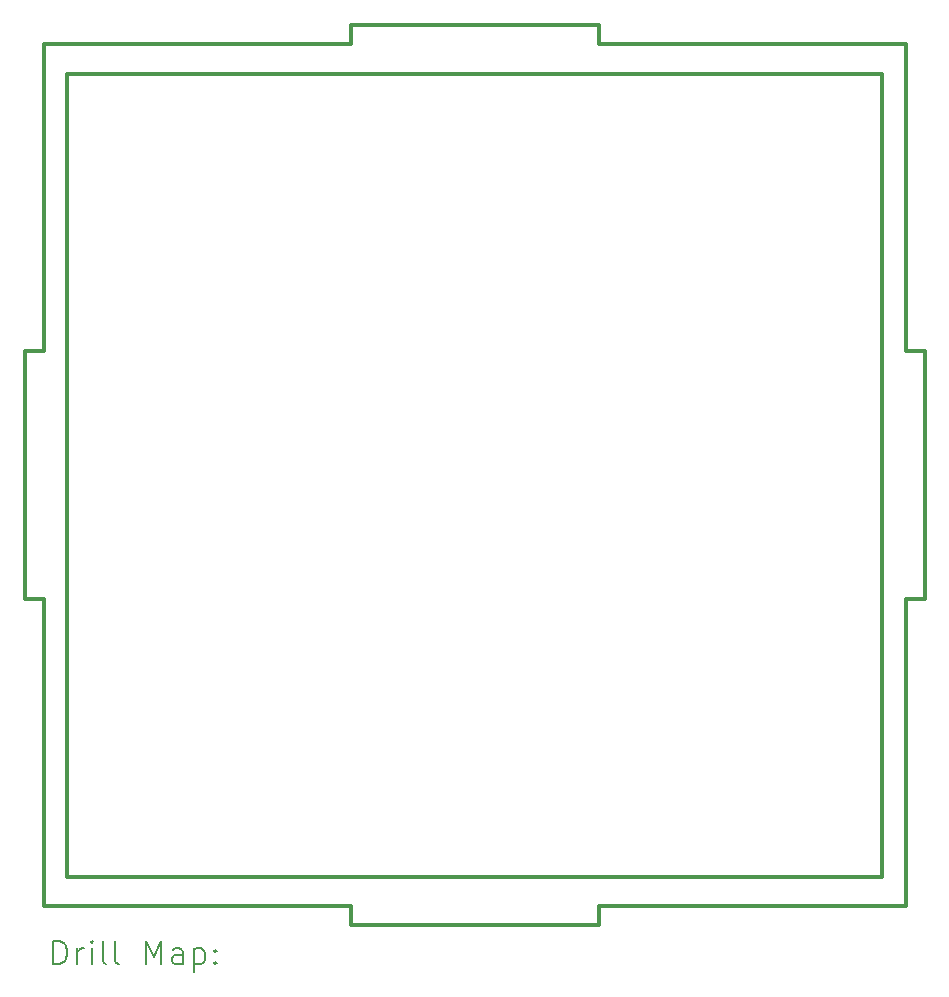
<source format=gbr>
%TF.GenerationSoftware,KiCad,Pcbnew,7.0.5-0*%
%TF.CreationDate,2024-04-01T20:36:23-04:00*%
%TF.ProjectId,swr_meter_front2,7377725f-6d65-4746-9572-5f66726f6e74,rev?*%
%TF.SameCoordinates,Original*%
%TF.FileFunction,Drillmap*%
%TF.FilePolarity,Positive*%
%FSLAX45Y45*%
G04 Gerber Fmt 4.5, Leading zero omitted, Abs format (unit mm)*
G04 Created by KiCad (PCBNEW 7.0.5-0) date 2024-04-01 20:36:23*
%MOMM*%
%LPD*%
G01*
G04 APERTURE LIST*
%ADD10C,0.349999*%
%ADD11C,0.350000*%
%ADD12C,0.200000*%
G04 APERTURE END LIST*
D10*
X17200000Y-7400000D02*
X17359946Y-7400000D01*
X13046600Y-2950000D02*
X10100000Y-2950000D01*
X9900000Y-7400000D02*
X9740000Y-7400000D01*
X16999600Y-5900000D02*
X17000000Y-2950000D01*
X9900000Y-5300000D02*
X9900000Y-2700000D01*
X17359946Y-5300600D02*
X17359946Y-7400000D01*
X12499946Y-2540000D02*
X12499946Y-2700000D01*
X17200000Y-10000000D02*
X14600000Y-10000000D01*
X17199946Y-5300000D02*
X17359946Y-5300000D01*
X14396600Y-9750000D02*
X10100000Y-9750000D01*
X14396600Y-9750000D02*
X16999600Y-9750000D01*
X17200000Y-7400000D02*
X17200000Y-10000000D01*
X17200000Y-2700000D02*
X17199946Y-5300000D01*
X12499946Y-2700000D02*
X9900000Y-2700000D01*
X9740000Y-5300000D02*
X9900000Y-5300000D01*
X12500000Y-10000000D02*
X9900000Y-10000000D01*
X12500000Y-10000000D02*
X12500000Y-10160000D01*
X10100000Y-6796600D02*
X10100000Y-2950000D01*
X14600000Y-2700000D02*
X17200000Y-2700000D01*
X14600000Y-10160000D02*
X12500000Y-10160000D01*
X9900000Y-10000000D02*
X9900000Y-7400000D01*
X14599946Y-2540000D02*
X14599946Y-2700000D01*
D11*
X12499946Y-2540000D02*
X14599946Y-2540000D01*
D10*
X13046600Y-2950000D02*
X17000000Y-2950000D01*
D11*
X16999600Y-5900000D02*
X16999600Y-9750000D01*
D10*
X14600000Y-10000000D02*
X14600000Y-10160000D01*
X10100000Y-6796600D02*
X10100000Y-9750000D01*
X9740000Y-7400000D02*
X9740000Y-5300000D01*
D12*
X9983277Y-10488984D02*
X9983277Y-10288984D01*
X9983277Y-10288984D02*
X10030896Y-10288984D01*
X10030896Y-10288984D02*
X10059467Y-10298508D01*
X10059467Y-10298508D02*
X10078515Y-10317555D01*
X10078515Y-10317555D02*
X10088039Y-10336603D01*
X10088039Y-10336603D02*
X10097563Y-10374698D01*
X10097563Y-10374698D02*
X10097563Y-10403269D01*
X10097563Y-10403269D02*
X10088039Y-10441365D01*
X10088039Y-10441365D02*
X10078515Y-10460412D01*
X10078515Y-10460412D02*
X10059467Y-10479460D01*
X10059467Y-10479460D02*
X10030896Y-10488984D01*
X10030896Y-10488984D02*
X9983277Y-10488984D01*
X10183277Y-10488984D02*
X10183277Y-10355650D01*
X10183277Y-10393746D02*
X10192801Y-10374698D01*
X10192801Y-10374698D02*
X10202325Y-10365174D01*
X10202325Y-10365174D02*
X10221372Y-10355650D01*
X10221372Y-10355650D02*
X10240420Y-10355650D01*
X10307086Y-10488984D02*
X10307086Y-10355650D01*
X10307086Y-10288984D02*
X10297563Y-10298508D01*
X10297563Y-10298508D02*
X10307086Y-10308031D01*
X10307086Y-10308031D02*
X10316610Y-10298508D01*
X10316610Y-10298508D02*
X10307086Y-10288984D01*
X10307086Y-10288984D02*
X10307086Y-10308031D01*
X10430896Y-10488984D02*
X10411848Y-10479460D01*
X10411848Y-10479460D02*
X10402325Y-10460412D01*
X10402325Y-10460412D02*
X10402325Y-10288984D01*
X10535658Y-10488984D02*
X10516610Y-10479460D01*
X10516610Y-10479460D02*
X10507086Y-10460412D01*
X10507086Y-10460412D02*
X10507086Y-10288984D01*
X10764229Y-10488984D02*
X10764229Y-10288984D01*
X10764229Y-10288984D02*
X10830896Y-10431841D01*
X10830896Y-10431841D02*
X10897563Y-10288984D01*
X10897563Y-10288984D02*
X10897563Y-10488984D01*
X11078515Y-10488984D02*
X11078515Y-10384222D01*
X11078515Y-10384222D02*
X11068991Y-10365174D01*
X11068991Y-10365174D02*
X11049944Y-10355650D01*
X11049944Y-10355650D02*
X11011848Y-10355650D01*
X11011848Y-10355650D02*
X10992801Y-10365174D01*
X11078515Y-10479460D02*
X11059467Y-10488984D01*
X11059467Y-10488984D02*
X11011848Y-10488984D01*
X11011848Y-10488984D02*
X10992801Y-10479460D01*
X10992801Y-10479460D02*
X10983277Y-10460412D01*
X10983277Y-10460412D02*
X10983277Y-10441365D01*
X10983277Y-10441365D02*
X10992801Y-10422317D01*
X10992801Y-10422317D02*
X11011848Y-10412793D01*
X11011848Y-10412793D02*
X11059467Y-10412793D01*
X11059467Y-10412793D02*
X11078515Y-10403269D01*
X11173753Y-10355650D02*
X11173753Y-10555650D01*
X11173753Y-10365174D02*
X11192801Y-10355650D01*
X11192801Y-10355650D02*
X11230896Y-10355650D01*
X11230896Y-10355650D02*
X11249944Y-10365174D01*
X11249944Y-10365174D02*
X11259467Y-10374698D01*
X11259467Y-10374698D02*
X11268991Y-10393746D01*
X11268991Y-10393746D02*
X11268991Y-10450888D01*
X11268991Y-10450888D02*
X11259467Y-10469936D01*
X11259467Y-10469936D02*
X11249944Y-10479460D01*
X11249944Y-10479460D02*
X11230896Y-10488984D01*
X11230896Y-10488984D02*
X11192801Y-10488984D01*
X11192801Y-10488984D02*
X11173753Y-10479460D01*
X11354705Y-10469936D02*
X11364229Y-10479460D01*
X11364229Y-10479460D02*
X11354705Y-10488984D01*
X11354705Y-10488984D02*
X11345182Y-10479460D01*
X11345182Y-10479460D02*
X11354705Y-10469936D01*
X11354705Y-10469936D02*
X11354705Y-10488984D01*
X11354705Y-10365174D02*
X11364229Y-10374698D01*
X11364229Y-10374698D02*
X11354705Y-10384222D01*
X11354705Y-10384222D02*
X11345182Y-10374698D01*
X11345182Y-10374698D02*
X11354705Y-10365174D01*
X11354705Y-10365174D02*
X11354705Y-10384222D01*
M02*

</source>
